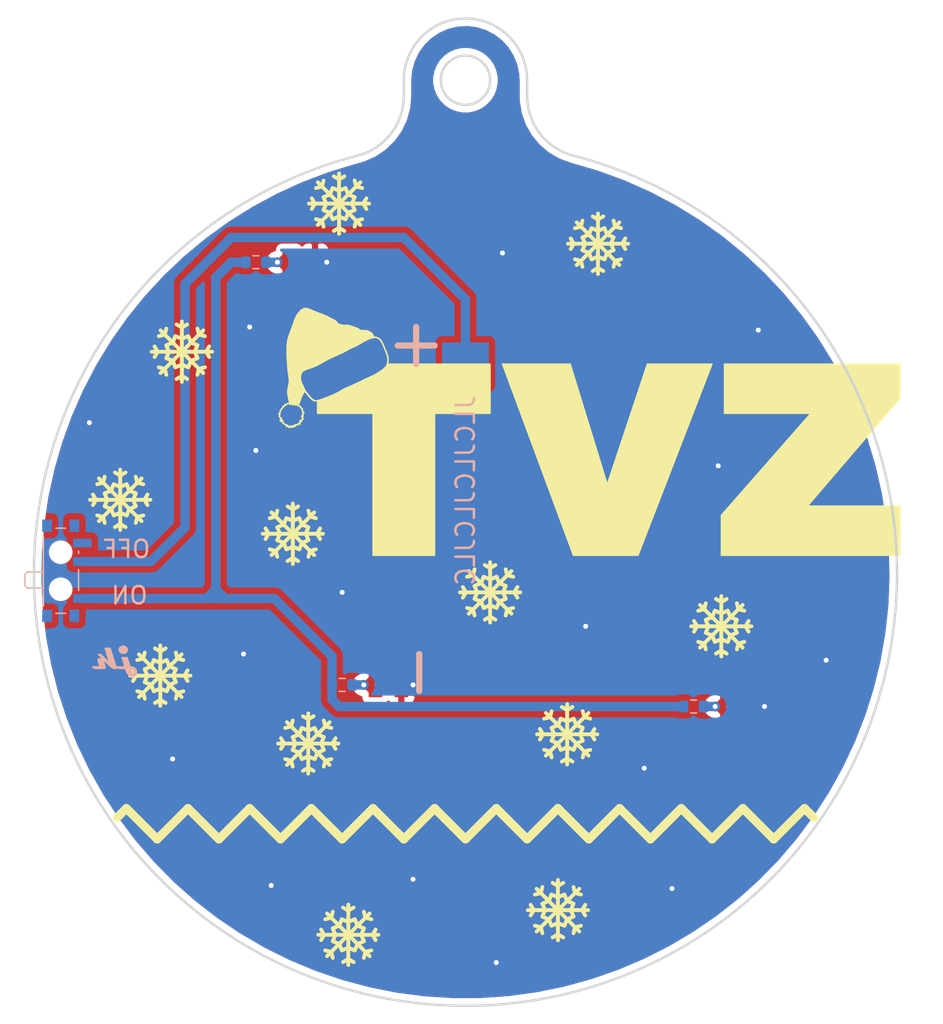
<source format=kicad_pcb>
(kicad_pcb (version 20171130) (host pcbnew "(5.1.10)-1")
  (layers (0 F.Cu signal) (31 B.Cu signal) (34 B.Paste user) (35 F.Paste user) (36 B.SilkS user) (37 F.SilkS user) (38 B.Mask user) (39 F.Mask user) (44 Edge.Cuts user))
  (net 0 "")
  (net 1 "Net-(SW1-Pad3)")
  (net 2 VCC)
  (net 3 GND)
  (net 4 "Net-(D3-Pad1)")
  (net 5 "Net-(D4-Pad1)")
  (net 6 "Net-(D8-Pad1)")
  (net 7 "Net-(R1-Pad1)")
  (module TVZ_kuglica:logo (layer B.Cu) (at 108.5 107 180)
    (fp_text reference G*** hide)
    (fp_text value LOGO hide)
  )
  (module TVZ_kuglica:ukras2 (layer F.Cu) (at 148.25 79 10)
    (fp_text reference G*** hide)
    (fp_text value LOGO hide)
  )
  (module TVZ_kuglica:kapa_1 (layer F.Cu) (at 125.25 82.5 25)
    (fp_text reference G*** hide)
    (fp_text value LOGO hide)
  )
  (module TVZ_kuglica:ukras1 (layer F.Cu) (at 114 82)
    (fp_text reference G*** hide)
    (fp_text value LOGO hide)
  )
  (module TVZ_kuglica:ukras1 (layer F.Cu) (at 144.5 127.25)
    (fp_text reference G*** hide)
    (fp_text value LOGO hide)
  )
  (module TVZ_kuglica:ukras1 (layer F.Cu) (at 127.5 129.25)
    (fp_text reference G*** hide)
    (fp_text value LOGO hide)
  )
  (module TVZ_kuglica:ukras1 (layer F.Cu) (at 147.75 73.25)
    (fp_text reference G*** hide)
    (fp_text value LOGO hide)
  )
  (module TVZ_kuglica:ukras3 (layer F.Cu) (at 137 68.75)
    (fp_text reference G*** hide)
    (fp_text value LOGO hide)
  )
  (module TVZ_kuglica:ukras1 (layer F.Cu) (at 145.25 113)
    (fp_text reference G*** hide)
    (fp_text value LOGO hide)
  )
  (module TVZ_kuglica:ukras1 (layer F.Cu) (at 157.75 104.25)
    (fp_text reference G*** hide)
    (fp_text value LOGO hide)
  )
  (module TVZ_kuglica:ukras1 (layer F.Cu) (at 139 101.5)
    (fp_text reference G*** hide)
    (fp_text value LOGO hide)
  )
  (module TVZ_kuglica:ukras1 (layer F.Cu) (at 124.25 113.75)
    (fp_text reference G*** hide)
    (fp_text value LOGO hide)
  )
  (module TVZ_kuglica:ukras1 (layer F.Cu) (at 112.25 108.25)
    (fp_text reference G*** hide)
    (fp_text value LOGO hide)
  )
  (module TVZ_kuglica:ukras1 (layer F.Cu) (at 123 96.75)
    (fp_text reference G*** hide)
    (fp_text value LOGO hide)
  )
  (module TVZ_kuglica:ukras1 (layer F.Cu) (at 109 94)
    (fp_text reference G*** hide)
    (fp_text value LOGO hide)
  )
  (module TVZ_kuglica:ukras1 (layer F.Cu) (at 126.75 70)
    (fp_text reference G*** hide)
    (fp_text value LOGO hide)
  )
  (module Button_Switch_SMD:SW_SPDT_PCM12 (layer B.Cu) (at 104.5 99.75 90)
    (fp_text reference SW1 hide)
    (fp_text value SW_SPDT)
    (pad "" np_thru_hole circle (at -1.5 -0.33 90) (size 0.9 0.9) (drill 0.9) (layers *.Cu *.Mask))
    (pad "" np_thru_hole circle (at 1.5 -0.33 90) (size 0.9 0.9) (drill 0.9) (layers *.Cu *.Mask))
    (pad 1 smd rect (at -2.25 1.43 90) (size 0.7 1.5) (layers B.Cu B.Paste B.Mask) (net 7 "Net-(R1-Pad1)"))
    (pad 2 smd rect (at 0.75 1.43 90) (size 0.7 1.5) (layers B.Cu B.Paste B.Mask) (net 2 VCC))
    (pad 3 smd rect (at 2.25 1.43 90) (size 0.7 1.5) (layers B.Cu B.Paste B.Mask) (net 1 "Net-(SW1-Pad3)"))
    (pad "" smd rect (at -3.65 -1.43 90) (size 1 0.8) (layers B.Cu B.Paste B.Mask))
    (pad "" smd rect (at 3.65 -1.43 90) (size 1 0.8) (layers B.Cu B.Paste B.Mask))
    (pad "" smd rect (at 3.65 0.78 90) (size 1 0.8) (layers B.Cu B.Paste B.Mask))
    (pad "" smd rect (at -3.65 0.78 90) (size 1 0.8) (layers B.Cu B.Paste B.Mask))
  )
  (module TVZ_kuglica:LED-0807 (layer F.Cu) (at 130.75 109)
    (fp_text reference D4 hide)
    (fp_text value RGB)
    (pad 2 smd rect (at 1.05 0.625) (size 1.1 0.75) (layers F.Cu F.Paste F.Mask) (net 3 GND))
    (pad 1 smd rect (at -1.05 0.625) (size 1.1 0.75) (layers F.Cu F.Paste F.Mask) (net 5 "Net-(D4-Pad1)"))
    (pad 2 smd rect (at 1.05 -0.625) (size 1.1 0.75) (layers F.Cu F.Paste F.Mask) (net 3 GND))
    (pad 1 smd rect (at -1.05 -0.625) (size 1.1 0.75) (layers F.Cu F.Paste F.Mask) (net 5 "Net-(D4-Pad1)"))
  )
  (module TVZ_kuglica:LED-0807 (layer F.Cu) (at 159.25 110.75)
    (fp_text reference D8 hide)
    (fp_text value RGB)
    (pad 2 smd rect (at 1.05 0.625) (size 1.1 0.75) (layers F.Cu F.Paste F.Mask) (net 3 GND))
    (pad 1 smd rect (at -1.05 0.625) (size 1.1 0.75) (layers F.Cu F.Paste F.Mask) (net 6 "Net-(D8-Pad1)"))
    (pad 2 smd rect (at 1.05 -0.625) (size 1.1 0.75) (layers F.Cu F.Paste F.Mask) (net 3 GND))
    (pad 1 smd rect (at -1.05 -0.625) (size 1.1 0.75) (layers F.Cu F.Paste F.Mask) (net 6 "Net-(D8-Pad1)"))
  )
  (module TVZ_kuglica:MYOUNG_BS-08-B2AA016 (layer B.Cu) (at 137 96 270)
    (fp_text reference BT1 hide)
    (fp_text value 2xAAA)
    (pad 1 smd rect (at -13 0 270) (size 3.5 3.8) (layers B.Cu B.Paste B.Mask) (net 2 VCC))
    (pad 2 smd rect (at 9.5 0 270) (size 5.7 2.8) (layers B.Cu B.Paste B.Mask) (net 3 GND))
  )
  (module Resistor_SMD:R_0603_1608Metric (layer B.Cu) (at 120 74.75)
    (fp_text reference R1 hide)
    (fp_text value 2k)
    (pad 1 smd roundrect (at -0.825 0) (size 0.8 0.95) (layers B.Cu B.Paste B.Mask) (net 7 "Net-(R1-Pad1)"))
    (pad 2 smd roundrect (at 0.825 0) (size 0.8 0.95) (layers B.Cu B.Paste B.Mask) (net 4 "Net-(D3-Pad1)"))
  )
  (module Resistor_SMD:R_0603_1608Metric (layer B.Cu) (at 127 109)
    (fp_text reference R2 hide)
    (fp_text value 2k)
    (pad 2 smd roundrect (at 0.825 0) (size 0.8 0.95) (layers B.Cu B.Paste B.Mask) (net 5 "Net-(D4-Pad1)"))
    (pad 1 smd roundrect (at -0.825 0) (size 0.8 0.95) (layers B.Cu B.Paste B.Mask) (net 7 "Net-(R1-Pad1)"))
  )
  (module Resistor_SMD:R_0603_1608Metric (layer B.Cu) (at 155.5 110.75)
    (fp_text reference R3 hide)
    (fp_text value 2k)
    (pad 1 smd roundrect (at -0.825 0) (size 0.8 0.95) (layers B.Cu B.Paste B.Mask) (net 7 "Net-(R1-Pad1)"))
    (pad 2 smd roundrect (at 0.825 0) (size 0.8 0.95) (layers B.Cu B.Paste B.Mask) (net 6 "Net-(D8-Pad1)"))
  )
  (module TVZ_kuglica:LED-0807 (layer F.Cu) (at 123.75 74.75)
    (fp_text reference D3 hide)
    (fp_text value RGB)
    (pad 1 smd rect (at -1.05 -0.625) (size 1.1 0.75) (layers F.Cu F.Paste F.Mask) (net 4 "Net-(D3-Pad1)"))
    (pad 2 smd rect (at 1.05 -0.625) (size 1.1 0.75) (layers F.Cu F.Paste F.Mask) (net 3 GND))
    (pad 1 smd rect (at -1.05 0.625) (size 1.1 0.75) (layers F.Cu F.Paste F.Mask) (net 4 "Net-(D3-Pad1)"))
    (pad 2 smd rect (at 1.05 0.625) (size 1.1 0.75) (layers F.Cu F.Paste F.Mask) (net 3 GND))
  )
  (gr_line (start 122.58 86.2) (end 122.73 86.21) (layer F.SilkS) (width 0.12))
  (gr_line (start 122.51 86.26) (end 122.58 86.2) (layer F.SilkS) (width 0.12))
  (gr_line (start 122.37 86.29) (end 122.51 86.26) (layer F.SilkS) (width 0.12))
  (gr_line (start 122.4 86.34) (end 122.37 86.29) (layer F.SilkS) (width 0.12))
  (gr_line (start 122.22 86.43) (end 122.4 86.34) (layer F.SilkS) (width 0.12))
  (gr_line (start 122.23 86.48) (end 122.22 86.43) (layer F.SilkS) (width 0.12))
  (gr_line (start 122.13 86.59) (end 122.23 86.48) (layer F.SilkS) (width 0.12))
  (gr_line (start 122.03 86.7) (end 122.13 86.59) (layer F.SilkS) (width 0.12))
  (gr_line (start 121.98 86.8) (end 122.03 86.7) (layer F.SilkS) (width 0.12))
  (gr_line (start 121.95 86.98) (end 121.98 86.8) (layer F.SilkS) (width 0.12))
  (gr_line (start 121.87 87.04) (end 121.95 86.98) (layer F.SilkS) (width 0.12))
  (gr_line (start 121.94 87.09) (end 121.87 87.04) (layer F.SilkS) (width 0.12))
  (gr_line (start 121.91 87.22) (end 121.94 87.09) (layer F.SilkS) (width 0.12))
  (gr_line (start 121.95 87.33) (end 121.91 87.22) (layer F.SilkS) (width 0.12))
  (gr_line (start 122.07 87.39) (end 121.95 87.33) (layer F.SilkS) (width 0.12))
  (gr_line (start 121.97 87.58) (end 122.07 87.39) (layer F.SilkS) (width 0.12))
  (gr_line (start 122.11 87.52) (end 121.97 87.58) (layer F.SilkS) (width 0.12))
  (gr_line (start 122.06 87.66) (end 122.11 87.52) (layer F.SilkS) (width 0.12))
  (gr_line (start 122.18 87.61) (end 122.06 87.66) (layer F.SilkS) (width 0.12))
  (gr_line (start 122.21 87.78) (end 122.18 87.61) (layer F.SilkS) (width 0.12))
  (gr_line (start 122.31 87.86) (end 122.21 87.78) (layer F.SilkS) (width 0.12))
  (gr_line (start 122.45 87.92) (end 122.31 87.86) (layer F.SilkS) (width 0.12))
  (gr_line (start 122.5 88.07) (end 122.45 87.92) (layer F.SilkS) (width 0.12))
  (gr_line (start 122.58 87.96) (end 122.5 88.07) (layer F.SilkS) (width 0.12))
  (gr_line (start 122.64 88.06) (end 122.58 87.96) (layer F.SilkS) (width 0.12))
  (gr_line (start 122.72 88.14) (end 122.64 88.06) (layer F.SilkS) (width 0.12))
  (gr_line (start 122.81 88.03) (end 122.72 88.14) (layer F.SilkS) (width 0.12))
  (gr_line (start 122.89 88.13) (end 122.81 88.03) (layer F.SilkS) (width 0.12))
  (gr_line (start 122.93 88.03) (end 122.89 88.13) (layer F.SilkS) (width 0.12))
  (gr_line (start 123.05 88.1) (end 122.93 88.03) (layer F.SilkS) (width 0.12))
  (gr_line (start 123.07 88) (end 123.05 88.1) (layer F.SilkS) (width 0.12))
  (gr_line (start 123.17 88.04) (end 123.07 88) (layer F.SilkS) (width 0.12))
  (gr_line (start 123.17 87.93) (end 123.17 88.04) (layer F.SilkS) (width 0.12))
  (gr_line (start 123.29 87.93) (end 123.17 87.93) (layer F.SilkS) (width 0.12))
  (gr_line (start 123.41 87.93) (end 123.29 87.93) (layer F.SilkS) (width 0.12))
  (gr_line (start 123.42 87.85) (end 123.41 87.93) (layer F.SilkS) (width 0.12))
  (gr_line (start 123.48 87.84) (end 123.42 87.85) (layer F.SilkS) (width 0.12))
  (gr_line (start 123.58 87.85) (end 123.48 87.84) (layer F.SilkS) (width 0.12))
  (gr_line (start 123.54 87.74) (end 123.58 87.85) (layer F.SilkS) (width 0.12))
  (gr_line (start 123.6 87.7) (end 123.54 87.74) (layer F.SilkS) (width 0.12))
  (gr_line (start 123.6 87.57) (end 123.6 87.7) (layer F.SilkS) (width 0.12))
  (gr_line (start 123.7 87.63) (end 123.6 87.57) (layer F.SilkS) (width 0.12))
  (gr_line (start 123.71 87.56) (end 123.7 87.63) (layer F.SilkS) (width 0.12))
  (gr_line (start 123.76 87.47) (end 123.71 87.56) (layer F.SilkS) (width 0.12))
  (gr_line (start 123.83 87.46) (end 123.76 87.47) (layer F.SilkS) (width 0.12))
  (gr_line (start 123.79 87.4) (end 123.83 87.46) (layer F.SilkS) (width 0.12))
  (gr_line (start 123.72 87.23) (end 123.79 87.4) (layer F.SilkS) (width 0.12))
  (gr_line (start 123.84 87.24) (end 123.72 87.23) (layer F.SilkS) (width 0.12))
  (gr_line (start 123.8 87.17) (end 123.84 87.24) (layer F.SilkS) (width 0.12))
  (gr_line (start 123.79 87.08) (end 123.8 87.17) (layer F.SilkS) (width 0.12))
  (gr_line (start 123.84 87.07) (end 123.79 87.08) (layer F.SilkS) (width 0.12))
  (gr_line (start 123.83 86.99) (end 123.84 87.07) (layer F.SilkS) (width 0.12))
  (gr_line (start 123.89 86.93) (end 123.83 86.99) (layer F.SilkS) (width 0.12))
  (gr_line (start 123.82 86.91) (end 123.89 86.93) (layer F.SilkS) (width 0.12))
  (gr_line (start 123.78 86.85) (end 123.82 86.91) (layer F.SilkS) (width 0.12))
  (gr_line (start 123.78 86.78) (end 123.78 86.85) (layer F.SilkS) (width 0.12))
  (gr_line (start 123.77 86.69) (end 123.78 86.78) (layer F.SilkS) (width 0.12))
  (gr_line (start 123.75 86.6) (end 123.77 86.69) (layer F.SilkS) (width 0.12))
  (gr_line (start 123.64 86.54) (end 123.75 86.6) (layer F.SilkS) (width 0.12))
  (gr_line (start 123.6 86.44) (end 123.64 86.54) (layer F.SilkS) (width 0.12))
  (gr_line (start 123.46 86.37) (end 123.6 86.44) (layer F.SilkS) (width 0.12))
  (gr_line (start 123.39 86.34) (end 123.46 86.37) (layer F.SilkS) (width 0.12))
  (gr_line (start 123.34 86.27) (end 123.39 86.34) (layer F.SilkS) (width 0.12))
  (gr_line (start 123.2 86.32) (end 123.34 86.27) (layer F.SilkS) (width 0.12))
  (gr_line (start 123.13 86.25) (end 123.2 86.32) (layer F.SilkS) (width 0.12))
  (gr_line (start 123 86.29) (end 123.13 86.25) (layer F.SilkS) (width 0.12))
  (gr_line (start 122.91 86.22) (end 123 86.29) (layer F.SilkS) (width 0.12))
  (gr_line (start 122.81 86.26) (end 122.91 86.22) (layer F.SilkS) (width 0.12))
  (gr_line (start 122.73 86.21) (end 122.81 86.26) (layer F.SilkS) (width 0.12))
  (gr_line (start 122.72 86.03) (end 122.73 86.21) (layer F.SilkS) (width 0.12))
  (gr_line (start 122.67 85.81) (end 122.72 86.03) (layer F.SilkS) (width 0.12))
  (gr_line (start 122.62 85.53) (end 122.67 85.81) (layer F.SilkS) (width 0.12))
  (gr_line (start 122.59 85.35) (end 122.62 85.53) (layer F.SilkS) (width 0.12))
  (gr_line (start 122.59 85.18) (end 122.59 85.35) (layer F.SilkS) (width 0.12))
  (gr_line (start 122.63 84.94) (end 122.59 85.18) (layer F.SilkS) (width 0.12))
  (gr_line (start 122.67 84.74) (end 122.63 84.94) (layer F.SilkS) (width 0.12))
  (gr_line (start 122.72 84.48) (end 122.67 84.74) (layer F.SilkS) (width 0.12))
  (gr_line (start 122.72 84.25) (end 122.72 84.48) (layer F.SilkS) (width 0.12))
  (gr_line (start 122.69 84) (end 122.72 84.25) (layer F.SilkS) (width 0.12))
  (gr_line (start 122.64 83.64) (end 122.69 84) (layer F.SilkS) (width 0.12))
  (gr_line (start 122.6 83.33) (end 122.64 83.64) (layer F.SilkS) (width 0.12))
  (gr_line (start 122.58 82.85) (end 122.6 83.33) (layer F.SilkS) (width 0.12))
  (gr_line (start 122.56 82.68) (end 122.58 82.85) (layer F.SilkS) (width 0.12))
  (gr_line (start 122.54 82.31) (end 122.56 82.68) (layer F.SilkS) (width 0.12))
  (gr_line (start 122.53 82.09) (end 122.54 82.31) (layer F.SilkS) (width 0.12))
  (gr_line (start 122.54 81.69) (end 122.53 82.09) (layer F.SilkS) (width 0.12))
  (gr_line (start 122.54 81.5) (end 122.54 81.69) (layer F.SilkS) (width 0.12))
  (gr_line (start 122.58 81.2) (end 122.54 81.5) (layer F.SilkS) (width 0.12))
  (gr_line (start 122.62 80.95) (end 122.58 81.2) (layer F.SilkS) (width 0.12))
  (gr_line (start 122.75 80.57) (end 122.62 80.95) (layer F.SilkS) (width 0.12))
  (gr_line (start 122.85 80.31) (end 122.75 80.57) (layer F.SilkS) (width 0.12))
  (gr_line (start 122.99 79.91) (end 122.85 80.31) (layer F.SilkS) (width 0.12))
  (gr_line (start 123.06 79.72) (end 122.99 79.91) (layer F.SilkS) (width 0.12))
  (gr_line (start 123.15 79.45) (end 123.06 79.72) (layer F.SilkS) (width 0.12))
  (gr_line (start 123.25 79.22) (end 123.15 79.45) (layer F.SilkS) (width 0.12))
  (gr_line (start 123.34 79.05) (end 123.25 79.22) (layer F.SilkS) (width 0.12))
  (gr_line (start 123.46 78.88) (end 123.34 79.05) (layer F.SilkS) (width 0.12))
  (gr_line (start 123.56 78.77) (end 123.46 78.88) (layer F.SilkS) (width 0.12))
  (gr_line (start 123.65 78.66) (end 123.56 78.77) (layer F.SilkS) (width 0.12))
  (gr_line (start 123.78 78.58) (end 123.65 78.66) (layer F.SilkS) (width 0.12))
  (gr_line (start 123.88 78.52) (end 123.78 78.58) (layer F.SilkS) (width 0.12))
  (gr_line (start 123.97 78.5) (end 123.88 78.52) (layer F.SilkS) (width 0.12))
  (gr_line (start 124.06 78.5) (end 123.97 78.5) (layer F.SilkS) (width 0.12))
  (gr_line (start 124.21 78.53) (end 124.06 78.5) (layer F.SilkS) (width 0.12))
  (gr_line (start 124.43 78.61) (end 124.21 78.53) (layer F.SilkS) (width 0.12))
  (gr_line (start 124.6 78.68) (end 124.43 78.61) (layer F.SilkS) (width 0.12))
  (gr_line (start 124.8 78.76) (end 124.6 78.68) (layer F.SilkS) (width 0.12))
  (gr_line (start 125 78.85) (end 124.8 78.76) (layer F.SilkS) (width 0.12))
  (gr_line (start 125.32 78.96) (end 125 78.85) (layer F.SilkS) (width 0.12))
  (gr_line (start 125.53 79.05) (end 125.32 78.96) (layer F.SilkS) (width 0.12))
  (gr_line (start 125.78 79.15) (end 125.53 79.05) (layer F.SilkS) (width 0.12))
  (gr_line (start 126.01 79.28) (end 125.78 79.15) (layer F.SilkS) (width 0.12))
  (gr_line (start 126.22 79.38) (end 126.01 79.28) (layer F.SilkS) (width 0.12))
  (gr_line (start 126.38 79.47) (end 126.22 79.38) (layer F.SilkS) (width 0.12))
  (gr_line (start 126.49 79.54) (end 126.38 79.47) (layer F.SilkS) (width 0.12))
  (gr_line (start 126.62 79.7) (end 126.49 79.54) (layer F.SilkS) (width 0.12))
  (gr_line (start 126.69 79.77) (end 126.62 79.7) (layer F.SilkS) (width 0.12))
  (gr_line (start 126.77 79.8) (end 126.69 79.77) (layer F.SilkS) (width 0.12))
  (gr_line (start 126.9 79.83) (end 126.77 79.8) (layer F.SilkS) (width 0.12))
  (gr_line (start 127.02 79.86) (end 126.9 79.83) (layer F.SilkS) (width 0.12))
  (gr_line (start 127.18 79.87) (end 127.02 79.86) (layer F.SilkS) (width 0.12))
  (gr_line (start 127.38 79.87) (end 127.18 79.87) (layer F.SilkS) (width 0.12))
  (gr_line (start 127.49 79.87) (end 127.38 79.87) (layer F.SilkS) (width 0.12))
  (gr_line (start 128.16 80.09) (end 127.49 79.87) (layer F.SilkS) (width 0.12))
  (gr_line (start 128.28 80.15) (end 128.16 80.09) (layer F.SilkS) (width 0.12))
  (gr_line (start 128.4 80.22) (end 128.28 80.15) (layer F.SilkS) (width 0.12))
  (gr_line (start 128.52 80.29) (end 128.4 80.22) (layer F.SilkS) (width 0.12))
  (gr_line (start 128.64 80.29) (end 128.52 80.29) (layer F.SilkS) (width 0.12))
  (gr_line (start 128.95 80.3) (end 128.64 80.29) (layer F.SilkS) (width 0.12))
  (gr_line (start 129.08 80.33) (end 128.95 80.3) (layer F.SilkS) (width 0.12))
  (gr_line (start 129.26 80.42) (end 129.08 80.33) (layer F.SilkS) (width 0.12))
  (gr_line (start 129.34 80.46) (end 129.26 80.42) (layer F.SilkS) (width 0.12))
  (gr_line (start 129.41 80.55) (end 129.34 80.46) (layer F.SilkS) (width 0.12))
  (gr_line (start 129.47 80.62) (end 129.41 80.55) (layer F.SilkS) (width 0.12))
  (gr_line (start 129.52 80.73) (end 129.47 80.62) (layer F.SilkS) (width 0.12))
  (gr_line (start 129.56 80.84) (end 129.52 80.73) (layer F.SilkS) (width 0.12))
  (gr_line (start 123.95 85.1) (end 124.04 85.25) (layer F.SilkS) (width 0.12))
  (gr_line (start 123.87 84.92) (end 123.95 85.1) (layer F.SilkS) (width 0.12))
  (gr_line (start 123.82 84.8) (end 123.87 84.92) (layer F.SilkS) (width 0.12))
  (gr_line (start 123.74 84.64) (end 123.82 84.8) (layer F.SilkS) (width 0.12))
  (gr_line (start 123.68 84.5) (end 123.74 84.64) (layer F.SilkS) (width 0.12))
  (gr_line (start 123.64 84.39) (end 123.68 84.5) (layer F.SilkS) (width 0.12))
  (gr_line (start 123.62 84.26) (end 123.64 84.39) (layer F.SilkS) (width 0.12))
  (gr_line (start 123.61 84.11) (end 123.62 84.26) (layer F.SilkS) (width 0.12))
  (gr_line (start 123.61 83.95) (end 123.61 84.11) (layer F.SilkS) (width 0.12))
  (gr_line (start 123.62 83.87) (end 123.61 83.95) (layer F.SilkS) (width 0.12))
  (gr_line (start 123.67 83.77) (end 123.62 83.87) (layer F.SilkS) (width 0.12))
  (gr_line (start 123.7 83.69) (end 123.67 83.77) (layer F.SilkS) (width 0.12))
  (gr_line (start 123.76 83.6) (end 123.7 83.69) (layer F.SilkS) (width 0.12))
  (gr_line (start 123.86 83.53) (end 123.76 83.6) (layer F.SilkS) (width 0.12))
  (gr_line (start 123.98 83.47) (end 123.86 83.53) (layer F.SilkS) (width 0.12))
  (gr_line (start 124.17 83.39) (end 123.98 83.47) (layer F.SilkS) (width 0.12))
  (gr_line (start 124.52 83.28) (end 124.17 83.39) (layer F.SilkS) (width 0.12))
  (gr_line (start 124.99 83.08) (end 124.52 83.28) (layer F.SilkS) (width 0.12))
  (gr_line (start 125.19 82.96) (end 124.99 83.08) (layer F.SilkS) (width 0.12))
  (gr_line (start 125.44 82.82) (end 125.19 82.96) (layer F.SilkS) (width 0.12))
  (gr_line (start 125.64 82.71) (end 125.44 82.82) (layer F.SilkS) (width 0.12))
  (gr_line (start 125.96 82.52) (end 125.64 82.71) (layer F.SilkS) (width 0.12))
  (gr_line (start 126.16 82.45) (end 125.96 82.52) (layer F.SilkS) (width 0.12))
  (gr_line (start 126.38 82.34) (end 126.16 82.45) (layer F.SilkS) (width 0.12))
  (gr_line (start 126.59 82.26) (end 126.38 82.34) (layer F.SilkS) (width 0.12))
  (gr_line (start 126.87 82.13) (end 126.59 82.26) (layer F.SilkS) (width 0.12))
  (gr_line (start 127.08 82.04) (end 126.87 82.13) (layer F.SilkS) (width 0.12))
  (gr_line (start 127.28 81.92) (end 127.08 82.04) (layer F.SilkS) (width 0.12))
  (gr_line (start 127.52 81.79) (end 127.28 81.92) (layer F.SilkS) (width 0.12))
  (gr_line (start 127.73 81.69) (end 127.52 81.79) (layer F.SilkS) (width 0.12))
  (gr_line (start 127.96 81.59) (end 127.73 81.69) (layer F.SilkS) (width 0.12))
  (gr_line (start 128.16 81.49) (end 127.96 81.59) (layer F.SilkS) (width 0.12))
  (gr_line (start 128.37 81.37) (end 128.16 81.49) (layer F.SilkS) (width 0.12))
  (gr_line (start 128.56 81.27) (end 128.37 81.37) (layer F.SilkS) (width 0.12))
  (gr_line (start 128.75 81.15) (end 128.56 81.27) (layer F.SilkS) (width 0.12))
  (gr_line (start 128.86 81.1) (end 128.75 81.15) (layer F.SilkS) (width 0.12))
  (gr_line (start 128.94 81.04) (end 128.86 81.1) (layer F.SilkS) (width 0.12))
  (gr_line (start 129.06 81.01) (end 128.94 81.04) (layer F.SilkS) (width 0.12))
  (gr_line (start 129.14 80.96) (end 129.06 81.01) (layer F.SilkS) (width 0.12))
  (gr_line (start 129.25 80.93) (end 129.14 80.96) (layer F.SilkS) (width 0.12))
  (gr_line (start 129.36 80.89) (end 129.25 80.93) (layer F.SilkS) (width 0.12))
  (gr_line (start 129.45 80.86) (end 129.36 80.89) (layer F.SilkS) (width 0.12))
  (gr_line (start 129.56 80.83) (end 129.45 80.86) (layer F.SilkS) (width 0.12))
  (gr_line (start 129.63 80.83) (end 129.56 80.83) (layer F.SilkS) (width 0.12))
  (gr_line (start 129.76 80.84) (end 129.63 80.83) (layer F.SilkS) (width 0.12))
  (gr_line (start 129.85 80.87) (end 129.76 80.84) (layer F.SilkS) (width 0.12))
  (gr_line (start 129.91 80.91) (end 129.85 80.87) (layer F.SilkS) (width 0.12))
  (gr_line (start 130 80.96) (end 129.91 80.91) (layer F.SilkS) (width 0.12))
  (gr_line (start 130.08 81.04) (end 130 80.96) (layer F.SilkS) (width 0.12))
  (gr_line (start 130.13 81.08) (end 130.08 81.04) (layer F.SilkS) (width 0.12))
  (gr_line (start 130.21 81.21) (end 130.13 81.08) (layer F.SilkS) (width 0.12))
  (gr_line (start 130.29 81.37) (end 130.21 81.21) (layer F.SilkS) (width 0.12))
  (gr_line (start 130.38 81.58) (end 130.29 81.37) (layer F.SilkS) (width 0.12))
  (gr_line (start 130.43 81.68) (end 130.38 81.58) (layer F.SilkS) (width 0.12))
  (gr_line (start 130.5 81.87) (end 130.43 81.68) (layer F.SilkS) (width 0.12))
  (gr_line (start 130.57 82.02) (end 130.5 81.87) (layer F.SilkS) (width 0.12))
  (gr_line (start 130.62 82.17) (end 130.57 82.02) (layer F.SilkS) (width 0.12))
  (gr_line (start 130.69 82.34) (end 130.62 82.17) (layer F.SilkS) (width 0.12))
  (gr_line (start 130.71 82.51) (end 130.69 82.34) (layer F.SilkS) (width 0.12))
  (gr_line (start 130.72 82.7) (end 130.71 82.51) (layer F.SilkS) (width 0.12))
  (gr_line (start 130.7 82.87) (end 130.72 82.7) (layer F.SilkS) (width 0.12))
  (gr_line (start 130.66 83.03) (end 130.7 82.87) (layer F.SilkS) (width 0.12))
  (gr_line (start 130.61 83.14) (end 130.66 83.03) (layer F.SilkS) (width 0.12))
  (gr_line (start 130.54 83.24) (end 130.61 83.14) (layer F.SilkS) (width 0.12))
  (gr_line (start 130.39 83.41) (end 130.54 83.24) (layer F.SilkS) (width 0.12))
  (gr_line (start 130.19 83.55) (end 130.39 83.41) (layer F.SilkS) (width 0.12))
  (gr_line (start 129.94 83.7) (end 130.19 83.55) (layer F.SilkS) (width 0.12))
  (gr_line (start 129.81 83.8) (end 129.94 83.7) (layer F.SilkS) (width 0.12))
  (gr_line (start 129.59 83.92) (end 129.81 83.8) (layer F.SilkS) (width 0.12))
  (gr_line (start 129.38 84.01) (end 129.59 83.92) (layer F.SilkS) (width 0.12))
  (gr_line (start 129.15 84.12) (end 129.38 84.01) (layer F.SilkS) (width 0.12))
  (gr_line (start 128.86 84.24) (end 129.15 84.12) (layer F.SilkS) (width 0.12))
  (gr_line (start 128.57 84.41) (end 128.86 84.24) (layer F.SilkS) (width 0.12))
  (gr_line (start 128.3 84.56) (end 128.57 84.41) (layer F.SilkS) (width 0.12))
  (gr_line (start 128 84.68) (end 128.3 84.56) (layer F.SilkS) (width 0.12))
  (gr_line (start 127.73 84.8) (end 128 84.68) (layer F.SilkS) (width 0.12))
  (gr_line (start 127.39 84.93) (end 127.73 84.8) (layer F.SilkS) (width 0.12))
  (gr_line (start 127.21 85.01) (end 127.39 84.93) (layer F.SilkS) (width 0.12))
  (gr_line (start 126.98 85.12) (end 127.21 85.01) (layer F.SilkS) (width 0.12))
  (gr_line (start 126.85 85.22) (end 126.98 85.12) (layer F.SilkS) (width 0.12))
  (gr_line (start 126.58 85.36) (end 126.85 85.22) (layer F.SilkS) (width 0.12))
  (gr_line (start 126.3 85.5) (end 126.58 85.36) (layer F.SilkS) (width 0.12))
  (gr_line (start 125.99 85.63) (end 126.3 85.5) (layer F.SilkS) (width 0.12))
  (gr_line (start 125.63 85.76) (end 125.99 85.63) (layer F.SilkS) (width 0.12))
  (gr_line (start 125.37 85.86) (end 125.63 85.76) (layer F.SilkS) (width 0.12))
  (gr_line (start 125.23 85.91) (end 125.37 85.86) (layer F.SilkS) (width 0.12))
  (gr_line (start 125.1 85.95) (end 125.23 85.91) (layer F.SilkS) (width 0.12))
  (gr_line (start 124.94 85.97) (end 125.1 85.95) (layer F.SilkS) (width 0.12))
  (gr_line (start 124.84 85.98) (end 124.94 85.97) (layer F.SilkS) (width 0.12))
  (gr_line (start 124.75 85.96) (end 124.84 85.98) (layer F.SilkS) (width 0.12))
  (gr_line (start 124.66 85.93) (end 124.75 85.96) (layer F.SilkS) (width 0.12))
  (gr_line (start 124.61 85.89) (end 124.66 85.93) (layer F.SilkS) (width 0.12))
  (gr_line (start 124.52 85.82) (end 124.61 85.89) (layer F.SilkS) (width 0.12))
  (gr_line (start 124.43 85.73) (end 124.52 85.82) (layer F.SilkS) (width 0.12))
  (gr_line (start 124.35 85.64) (end 124.43 85.73) (layer F.SilkS) (width 0.12))
  (gr_line (start 124.25 85.52) (end 124.35 85.64) (layer F.SilkS) (width 0.12))
  (gr_line (start 124.16 85.41) (end 124.25 85.52) (layer F.SilkS) (width 0.12))
  (gr_line (start 124.11 85.33) (end 124.16 85.41) (layer F.SilkS) (width 0.12))
  (gr_line (start 124.04 85.25) (end 124.11 85.33) (layer F.SilkS) (width 0.12))
  (gr_line (start 123.99 85.22) (end 124.04 85.25) (layer F.SilkS) (width 0.12))
  (gr_line (start 123.94 85.24) (end 123.99 85.22) (layer F.SilkS) (width 0.12))
  (gr_line (start 123.88 85.31) (end 123.94 85.24) (layer F.SilkS) (width 0.12))
  (gr_line (start 123.83 85.39) (end 123.88 85.31) (layer F.SilkS) (width 0.12))
  (gr_line (start 123.77 85.46) (end 123.83 85.39) (layer F.SilkS) (width 0.12))
  (gr_line (start 123.72 85.59) (end 123.77 85.46) (layer F.SilkS) (width 0.12))
  (gr_line (start 123.66 85.73) (end 123.72 85.59) (layer F.SilkS) (width 0.12))
  (gr_line (start 123.61 85.88) (end 123.66 85.73) (layer F.SilkS) (width 0.12))
  (gr_line (start 123.57 85.99) (end 123.61 85.88) (layer F.SilkS) (width 0.12))
  (gr_line (start 123.53 86.11) (end 123.57 85.99) (layer F.SilkS) (width 0.12))
  (gr_line (start 123.48 86.22) (end 123.53 86.11) (layer F.SilkS) (width 0.12))
  (gr_line (start 123.39 86.33) (end 123.48 86.22) (layer F.SilkS) (width 0.12))
  (gr_line (start 157 121.5) (end 154.5 119) (layer F.SilkS) (width 0.7))
  (gr_line (start 122 121.5) (end 119.5 119) (layer F.SilkS) (width 0.7))
  (gr_line (start 117 121.5) (end 114.5 119) (layer F.SilkS) (width 0.7))
  (gr_line (start 129.5 119) (end 127 121.5) (layer F.SilkS) (width 0.7))
  (gr_line (start 137 121.5) (end 134.5 119) (layer F.SilkS) (width 0.7))
  (gr_line (start 112 121.5) (end 109.5 119) (layer F.SilkS) (width 0.7))
  (gr_line (start 139.5 119) (end 137 121.5) (layer F.SilkS) (width 0.7))
  (gr_line (start 134.5 119) (end 132 121.5) (layer F.SilkS) (width 0.7))
  (gr_line (start 152 121.5) (end 149.5 119) (layer F.SilkS) (width 0.7))
  (gr_line (start 109.5 119) (end 108.75 119.75) (layer F.SilkS) (width 0.7))
  (gr_line (start 147 121.5) (end 144.5 119) (layer F.SilkS) (width 0.7))
  (gr_line (start 154.5 119) (end 152 121.5) (layer F.SilkS) (width 0.7))
  (gr_line (start 165.25 119.75) (end 164.5 119) (layer F.SilkS) (width 0.7))
  (gr_line (start 127 121.5) (end 124.5 119) (layer F.SilkS) (width 0.7))
  (gr_line (start 162 121.5) (end 159.5 119) (layer F.SilkS) (width 0.7))
  (gr_line (start 114.5 119) (end 112 121.5) (layer F.SilkS) (width 0.7))
  (gr_line (start 159.5 119) (end 157 121.5) (layer F.SilkS) (width 0.7))
  (gr_line (start 149.5 119) (end 147 121.5) (layer F.SilkS) (width 0.7))
  (gr_line (start 119.5 119) (end 117 121.5) (layer F.SilkS) (width 0.7))
  (gr_line (start 142 121.5) (end 139.5 119) (layer F.SilkS) (width 0.7))
  (gr_line (start 124.5 119) (end 122 121.5) (layer F.SilkS) (width 0.7))
  (gr_line (start 144.5 119) (end 142 121.5) (layer F.SilkS) (width 0.7))
  (gr_line (start 132 121.5) (end 129.5 119) (layer F.SilkS) (width 0.7))
  (gr_line (start 164.5 119) (end 162 121.5) (layer F.SilkS) (width 0.7))
  (gr_poly (pts (xy 172.25 85.75) (xy 164.75 94.5) (xy 172.25 94.5) (xy 172.25 98.5) (xy 157.75 98.5) (xy 157.75 95.25) (xy 165 87) (xy 158 87) (xy 158 83) (xy 172.25 83)) (layer F.SilkS) (width 0.1))
  (gr_poly (pts (xy 148.5 92.75) (xy 151.75 83) (xy 157 83) (xy 151 98.5) (xy 145.75 98.5) (xy 140 83) (xy 145.5 83)) (layer F.SilkS) (width 0.1))
  (gr_poly (pts (xy 139 87) (xy 134.5 87) (xy 134.5 98.5) (xy 129.5 98.5) (xy 129.5 87) (xy 125 87) (xy 125 86.753839) (xy 125 86) (xy 125.75 85.75) (xy 126.58 85.36) (xy 127.39 84.93) (xy 128.86 84.24) (xy 129.59 83.92) (xy 129.94 83.7) (xy 130.25 83.5) (xy 130.54 83.24) (xy 130.75 83) (xy 139 83)) (layer F.SilkS) (width 0.1))
  (gr_line (start 132 61.270167) (end 132 60) (layer Edge.Cuts) (width 0.2))
  (gr_arc (start 147 61.270167) (end 142 61.270167) (angle -75.52248781) (layer Edge.Cuts) (width 0.2))
  (gr_arc (start 137 60) (end 142 60) (angle -180) (layer Edge.Cuts) (width 0.2))
  (gr_arc (start 137 100) (end 128.249999 66.111396) (angle -331.0449756) (layer Edge.Cuts) (width 0.2))
  (gr_arc (start 126.999999 61.270167) (end 128.249999 66.111396) (angle -75.52248781) (layer Edge.Cuts) (width 0.2))
  (gr_line (start 142 60) (end 142 61.270167) (layer Edge.Cuts) (width 0.2))
  (gr_text ON (at 109.75 101.75) (layer B.SilkS) (effects (font (size 1.4 1.4) (thickness 0.2)) (justify mirror)))
  (gr_text OFF (at 109.5 98) (layer B.SilkS) (effects (font (size 1.4 1.4) (thickness 0.2)) (justify mirror)))
  (gr_text JLCJLCJLCJLC (at 137 93.25 90) (layer B.SilkS) (effects (font (size 1.5 1.5) (thickness 0.2)) (justify mirror)))
  (gr_circle (center 137 60) (end 139 60) (layer Edge.Cuts) (width 0.2))
  (segment (start 137 83) (end 137 77.75) (width 0.762) (layer B.Cu) (net 2))
  (segment (start 137 77.75) (end 132 72.75) (width 0.762) (layer B.Cu) (net 2))
  (segment (start 132 72.75) (end 118 72.75) (width 0.762) (layer B.Cu) (net 2))
  (segment (start 118 72.75) (end 114.25 76.5) (width 0.762) (layer B.Cu) (net 2))
  (segment (start 114.25 76.5) (end 114.25 96.25) (width 0.762) (layer B.Cu) (net 2))
  (segment (start 111.5 99) (end 105.93 99) (width 0.762) (layer B.Cu) (net 2))
  (segment (start 114.25 96.25) (end 111.5 99) (width 0.762) (layer B.Cu) (net 2))
  (via (at 140 74) (size 0.8) (drill 0.4) (layers F.Cu B.Cu) (net 3))
  (via (at 119.5 80) (size 0.8) (drill 0.4) (layers F.Cu B.Cu) (net 3))
  (via (at 106.5 87.75) (size 0.8) (drill 0.4) (layers F.Cu B.Cu) (net 3))
  (via (at 120 90) (size 0.8) (drill 0.4) (layers F.Cu B.Cu) (net 3))
  (via (at 127 101.5) (size 0.8) (drill 0.4) (layers F.Cu B.Cu) (net 3))
  (via (at 146.75 104.25) (size 0.8) (drill 0.4) (layers F.Cu B.Cu) (net 3))
  (via (at 166.25 107) (size 0.8) (drill 0.4) (layers F.Cu B.Cu) (net 3))
  (via (at 157.5 91.25) (size 0.8) (drill 0.4) (layers F.Cu B.Cu) (net 3))
  (via (at 151.5 115.75) (size 0.8) (drill 0.4) (layers F.Cu B.Cu) (net 3))
  (via (at 113.25 115) (size 0.8) (drill 0.4) (layers F.Cu B.Cu) (net 3))
  (via (at 119 106.5) (size 0.8) (drill 0.4) (layers F.Cu B.Cu) (net 3))
  (via (at 121.25 125.25) (size 0.8) (drill 0.4) (layers F.Cu B.Cu) (net 3))
  (via (at 132.75 124.75) (size 0.8) (drill 0.4) (layers F.Cu B.Cu) (net 3))
  (via (at 139.5 131.5) (size 0.8) (drill 0.4) (layers F.Cu B.Cu) (net 3))
  (via (at 153.75 125.5) (size 0.8) (drill 0.4) (layers F.Cu B.Cu) (net 3))
  (via (at 160.75 80.25) (size 0.8) (drill 0.4) (layers F.Cu B.Cu) (net 3))
  (via (at 125.75 74.75) (size 0.8) (drill 0.4) (layers F.Cu B.Cu) (net 3))
  (via (at 132.75 109) (size 0.8) (drill 0.4) (layers F.Cu B.Cu) (net 3))
  (via (at 161.25 110.75) (size 0.8) (drill 0.4) (layers F.Cu B.Cu) (net 3))
  (via (at 121.75 74.75) (size 0.8) (drill 0.4) (layers F.Cu B.Cu) (net 4))
  (segment (start 120.825 74.75) (end 121.75 74.75) (width 0.762) (layer B.Cu) (net 4))
  (segment (start 122.075 74.75) (end 122.7 74.125) (width 0.762) (layer F.Cu) (net 4))
  (segment (start 122.075 74.75) (end 122.7 75.375) (width 0.762) (layer F.Cu) (net 4))
  (segment (start 121.75 74.75) (end 122.075 74.75) (width 0.762) (layer F.Cu) (net 4))
  (via (at 128.75 109) (size 0.8) (drill 0.4) (layers F.Cu B.Cu) (net 5))
  (segment (start 127.825 109) (end 128.75 109) (width 0.762) (layer B.Cu) (net 5))
  (segment (start 129.075 109) (end 129.7 108.375) (width 0.762) (layer F.Cu) (net 5))
  (segment (start 129.075 109) (end 129.7 109.625) (width 0.762) (layer F.Cu) (net 5))
  (segment (start 128.75 109) (end 129.075 109) (width 0.762) (layer F.Cu) (net 5))
  (via (at 157.25 110.75) (size 0.8) (drill 0.4) (layers F.Cu B.Cu) (net 6))
  (segment (start 156.325 110.75) (end 157.25 110.75) (width 0.762) (layer B.Cu) (net 6))
  (segment (start 157.575 110.75) (end 158.2 110.125) (width 0.762) (layer F.Cu) (net 6))
  (segment (start 157.575 110.75) (end 158.2 111.375) (width 0.762) (layer F.Cu) (net 6))
  (segment (start 157.25 110.75) (end 157.575 110.75) (width 0.762) (layer F.Cu) (net 6))
  (segment (start 154.675 110.75) (end 126.75 110.75) (width 0.762) (layer B.Cu) (net 7))
  (segment (start 126.175 110.175) (end 126.175 109) (width 0.762) (layer B.Cu) (net 7))
  (segment (start 126.75 110.75) (end 126.175 110.175) (width 0.762) (layer B.Cu) (net 7))
  (segment (start 126.175 109) (end 126.175 106.675) (width 0.762) (layer B.Cu) (net 7))
  (segment (start 126.175 106.675) (end 121.5 102) (width 0.762) (layer B.Cu) (net 7))
  (segment (start 119.175 74.75) (end 118 74.75) (width 0.762) (layer B.Cu) (net 7))
  (segment (start 118 74.75) (end 116.75 76) (width 0.762) (layer B.Cu) (net 7))
  (segment (start 116.75 101.25) (end 116 102) (width 0.762) (layer B.Cu) (net 7))
  (segment (start 116 102) (end 105.93 102) (width 0.762) (layer B.Cu) (net 7))
  (segment (start 116.75 102) (end 116 102) (width 0.762) (layer B.Cu) (net 7))
  (segment (start 116.75 76) (end 116.75 101.25) (width 0.762) (layer B.Cu) (net 7))
  (segment (start 116.75 101.25) (end 116.75 102) (width 0.762) (layer B.Cu) (net 7))
  (segment (start 116.75 101.25) (end 117.5 102) (width 0.762) (layer B.Cu) (net 7))
  (segment (start 117.5 102) (end 116.75 102) (width 0.762) (layer B.Cu) (net 7))
  (segment (start 121.5 102) (end 117.5 102) (width 0.762) (layer B.Cu) (net 7))
  (zone (net 3) (net_name GND) (layer F.Cu) (connect_pads (clearance 0.508)) (min_thickness 0.254) (fill yes (arc_segments 32) (thermal_gap 0.508) (thermal_bridge_width 0.508))
    (polygon (pts (xy 175.75 53.5) (xy 175.75 136.5) (xy 99.25 136.5) (xy 99.25 53.75)))
  )
  (zone (net 3) (net_name GND) (layer B.Cu) (connect_pads yes (clearance 0.508)) (min_thickness 0.254) (fill yes (arc_segments 32) (thermal_gap 0.508) (thermal_bridge_width 0.508))
    (polygon (pts (xy 175.75 53.5) (xy 175.75 136.5) (xy 99.25 136.5) (xy 99.25 53.75)))
  )
)
</source>
